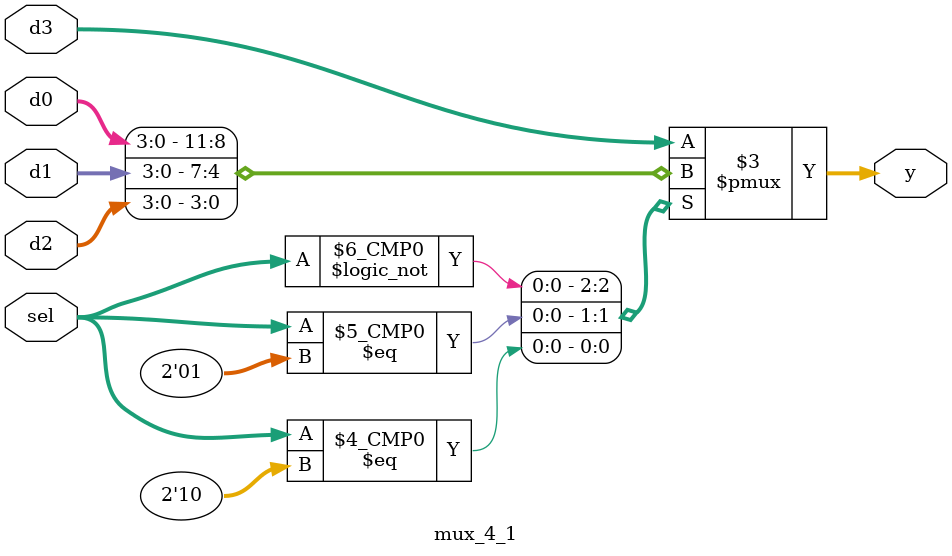
<source format=sv>

module mux_2_1
(
  input        [3:0] d0, d1,
  input              sel,
  output logic [3:0] y
);

  always_comb
    case (sel)
      1'd0: y = d0;
      1'd1: y = d1;
    endcase

endmodule

//----------------------------------------------------------------------------
// Task
//----------------------------------------------------------------------------

module mux_4_1
(
  input        [3:0] d0, d1, d2, d3,
  input        [1:0] sel,
  output logic [3:0] y
);

  always_comb begin
    case (sel)
      2'b00: y = d0;
      2'b01: y = d1;
      2'b10: y = d2;
      default: y = d3;
    endcase
  end


endmodule

</source>
